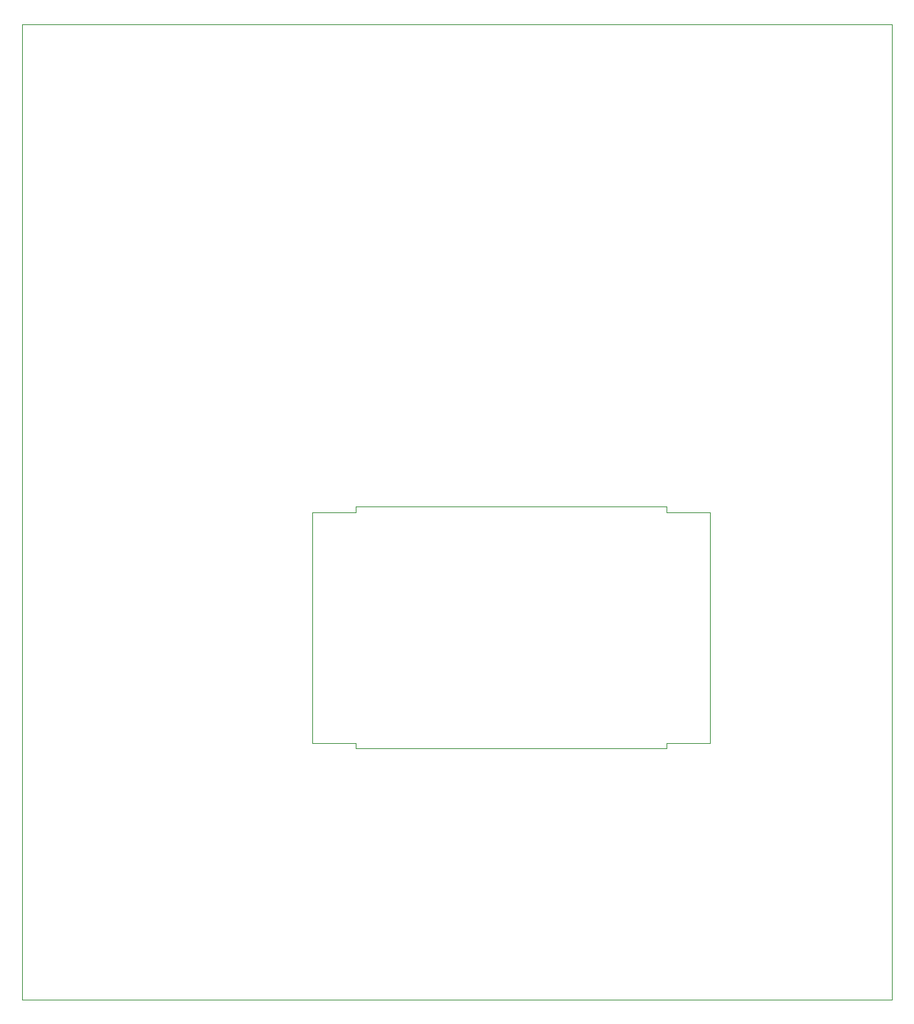
<source format=gm1>
G04 #@! TF.GenerationSoftware,KiCad,Pcbnew,5.1.10*
G04 #@! TF.CreationDate,2021-06-29T02:57:08-05:00*
G04 #@! TF.ProjectId,Power Board,506f7765-7220-4426-9f61-72642e6b6963,rev?*
G04 #@! TF.SameCoordinates,Original*
G04 #@! TF.FileFunction,Profile,NP*
%FSLAX46Y46*%
G04 Gerber Fmt 4.6, Leading zero omitted, Abs format (unit mm)*
G04 Created by KiCad (PCBNEW 5.1.10) date 2021-06-29 02:57:08*
%MOMM*%
%LPD*%
G01*
G04 APERTURE LIST*
G04 #@! TA.AperFunction,Profile*
%ADD10C,0.050000*%
G04 #@! TD*
G04 APERTURE END LIST*
D10*
X117500000Y-128000000D02*
X38000000Y-128000000D01*
X17500000Y-128000000D02*
X38000000Y-128000000D01*
X50875000Y-72050000D02*
X55875000Y-72050000D01*
X91625000Y-72050000D02*
X96625000Y-72050000D01*
X55875000Y-71425000D02*
X91625000Y-71425000D01*
X55875000Y-72050000D02*
X55875000Y-71425000D01*
X96625000Y-98550000D02*
X96625000Y-72050000D01*
X91625000Y-72050000D02*
X91625000Y-71425000D01*
X50875000Y-72050000D02*
X50875000Y-98550000D01*
X55875000Y-98550000D02*
X50875000Y-98550000D01*
X91625000Y-99175000D02*
X55875000Y-99175000D01*
X96625000Y-98550000D02*
X91625000Y-98550000D01*
X91625000Y-98550000D02*
X91625000Y-99175000D01*
X55875000Y-98550000D02*
X55875000Y-99175000D01*
X17500000Y-128000000D02*
X17500000Y-16000000D01*
X117500000Y-16000000D02*
X117500000Y-128000000D01*
X17500000Y-16000000D02*
X117500000Y-16000000D01*
M02*

</source>
